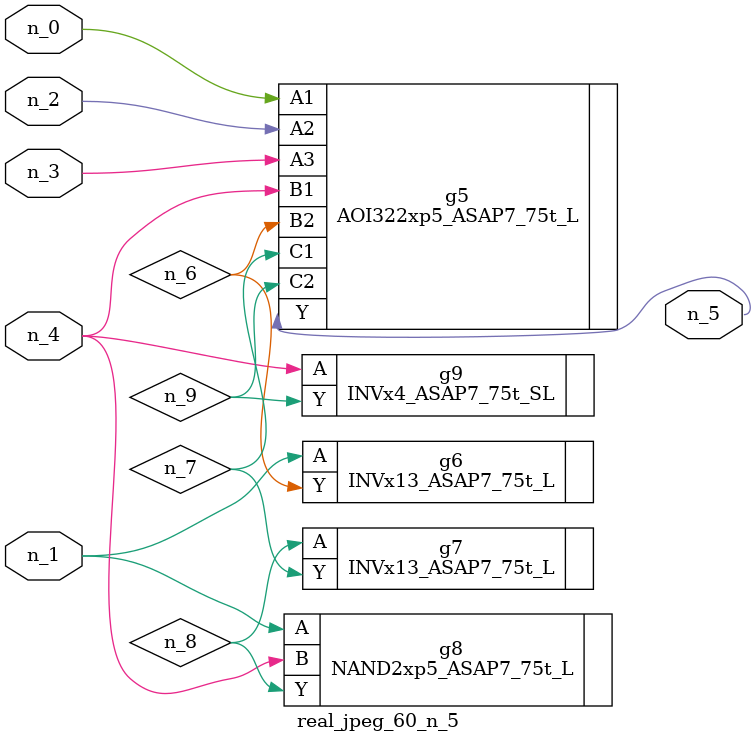
<source format=v>
module real_jpeg_60_n_5 (n_4, n_0, n_1, n_2, n_3, n_5);

input n_4;
input n_0;
input n_1;
input n_2;
input n_3;

output n_5;

wire n_8;
wire n_6;
wire n_7;
wire n_9;

AOI322xp5_ASAP7_75t_L g5 ( 
.A1(n_0),
.A2(n_2),
.A3(n_3),
.B1(n_4),
.B2(n_6),
.C1(n_7),
.C2(n_9),
.Y(n_5)
);

INVx13_ASAP7_75t_L g6 ( 
.A(n_1),
.Y(n_6)
);

NAND2xp5_ASAP7_75t_L g8 ( 
.A(n_1),
.B(n_4),
.Y(n_8)
);

INVx4_ASAP7_75t_SL g9 ( 
.A(n_4),
.Y(n_9)
);

INVx13_ASAP7_75t_L g7 ( 
.A(n_8),
.Y(n_7)
);


endmodule
</source>
